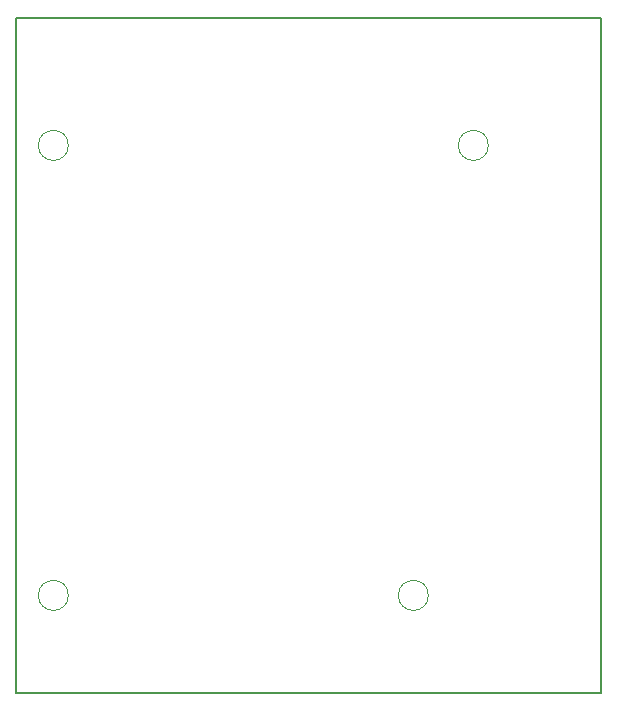
<source format=gbr>
G04 #@! TF.GenerationSoftware,KiCad,Pcbnew,5.0.2-bee76a0~70~ubuntu16.04.1*
G04 #@! TF.CreationDate,2019-03-04T23:23:01-05:00*
G04 #@! TF.ProjectId,Unified,556e6966-6965-4642-9e6b-696361645f70,rev?*
G04 #@! TF.SameCoordinates,Original*
G04 #@! TF.FileFunction,Profile,NP*
%FSLAX46Y46*%
G04 Gerber Fmt 4.6, Leading zero omitted, Abs format (unit mm)*
G04 Created by KiCad (PCBNEW 5.0.2-bee76a0~70~ubuntu16.04.1) date Mon 04 Mar 2019 11:23:01 PM EST*
%MOMM*%
%LPD*%
G01*
G04 APERTURE LIST*
%ADD10C,0.100000*%
%ADD11C,0.200000*%
G04 APERTURE END LIST*
D10*
X112395000Y-106045000D02*
G75*
G03X112395000Y-106045000I-1270000J0D01*
G01*
X81915000Y-67945000D02*
G75*
G03X81915000Y-67945000I-1270000J0D01*
G01*
X117475000Y-67945000D02*
G75*
G03X117475000Y-67945000I-1270000J0D01*
G01*
X81915000Y-106045000D02*
G75*
G03X81915000Y-106045000I-1270000J0D01*
G01*
D11*
X127000000Y-57150000D02*
X77470000Y-57150000D01*
X127000000Y-114300000D02*
X127000000Y-57150000D01*
X77470000Y-114300000D02*
X127000000Y-114300000D01*
X77470000Y-57150000D02*
X77470000Y-114300000D01*
M02*

</source>
